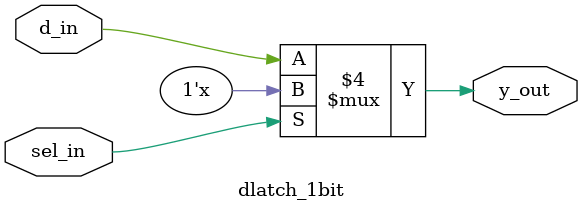
<source format=v>
`timescale 1ns / 1ps


module dlatch_1bit(
input d_in,
input sel_in,
output reg y_out);

always@(*)
begin
    if(!sel_in)
        y_out=d_in;
        
    end
endmodule

</source>
